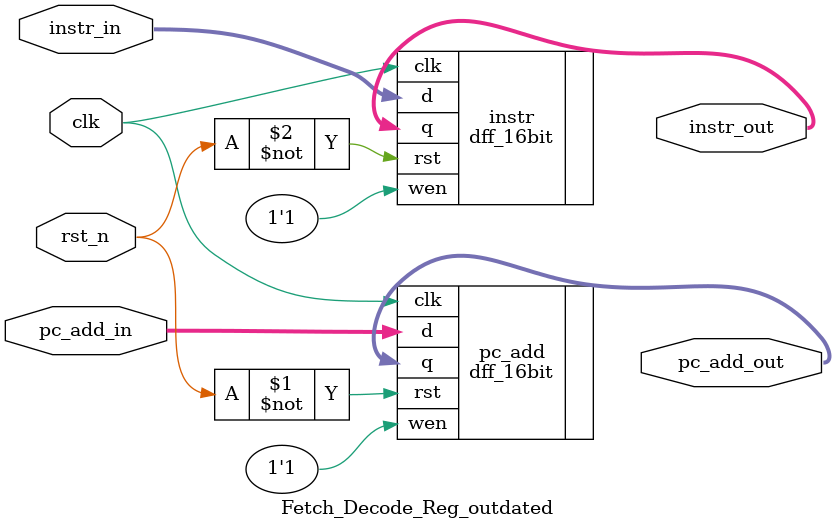
<source format=v>

module Fetch_Decode_Reg_outdated(clk, rst_n, pc_add_in, pc_add_out, instr_in, instr_out);

input clk, rst_n;
input [15:0] pc_add_in, instr_in;
output [15:0] pc_add_out, instr_out;

dff_16bit pc_add(.clk(clk), .rst(~rst_n), .q(pc_add_out), .d(pc_add_in), .wen(1'b1)); 	//PC + 2
dff_16bit instr(.clk(clk), .rst(~rst_n), .q(instr_out), .d(instr_in), .wen(1'b1));	//Stored instruction value

endmodule

</source>
